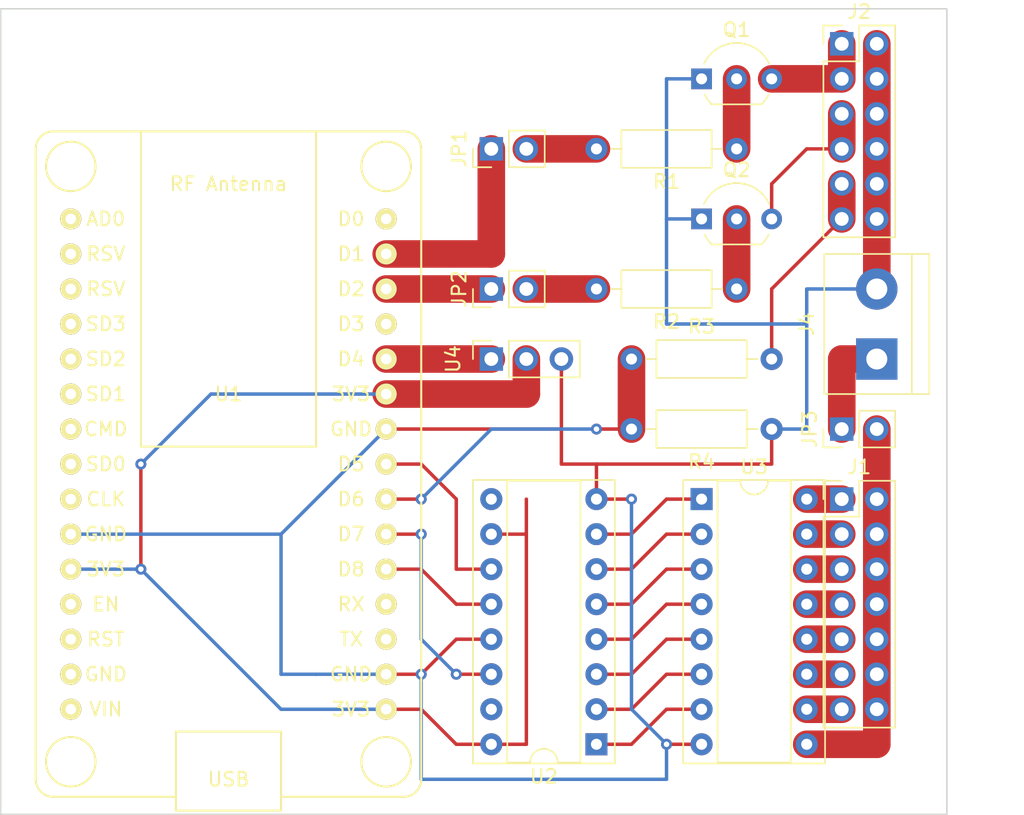
<source format=kicad_pcb>
(kicad_pcb (version 20171130) (host pcbnew "(5.1.4)-1")

  (general
    (thickness 1.6)
    (drawings 4)
    (tracks 131)
    (zones 0)
    (modules 16)
    (nets 52)
  )

  (page A4)
  (layers
    (0 F.Cu signal)
    (31 B.Cu signal)
    (32 B.Adhes user)
    (33 F.Adhes user)
    (34 B.Paste user)
    (35 F.Paste user)
    (36 B.SilkS user)
    (37 F.SilkS user)
    (38 B.Mask user)
    (39 F.Mask user)
    (40 Dwgs.User user)
    (41 Cmts.User user)
    (42 Eco1.User user)
    (43 Eco2.User user)
    (44 Edge.Cuts user)
    (45 Margin user)
    (46 B.CrtYd user)
    (47 F.CrtYd user)
    (48 B.Fab user)
    (49 F.Fab user)
  )

  (setup
    (last_trace_width 0.25)
    (user_trace_width 2)
    (trace_clearance 0.2)
    (zone_clearance 0.508)
    (zone_45_only no)
    (trace_min 0.2)
    (via_size 0.8)
    (via_drill 0.4)
    (via_min_size 0.4)
    (via_min_drill 0.3)
    (user_via 2 1.25)
    (uvia_size 0.3)
    (uvia_drill 0.1)
    (uvias_allowed no)
    (uvia_min_size 0.2)
    (uvia_min_drill 0.1)
    (edge_width 0.05)
    (segment_width 0.2)
    (pcb_text_width 0.3)
    (pcb_text_size 1.5 1.5)
    (mod_edge_width 0.12)
    (mod_text_size 1 1)
    (mod_text_width 0.15)
    (pad_size 1.524 1.524)
    (pad_drill 0.762)
    (pad_to_mask_clearance 0.051)
    (solder_mask_min_width 0.25)
    (aux_axis_origin 0 0)
    (grid_origin 153.67 39.37)
    (visible_elements 7FFFFFFF)
    (pcbplotparams
      (layerselection 0x010fc_ffffffff)
      (usegerberextensions false)
      (usegerberattributes false)
      (usegerberadvancedattributes false)
      (creategerberjobfile false)
      (excludeedgelayer true)
      (linewidth 0.100000)
      (plotframeref false)
      (viasonmask false)
      (mode 1)
      (useauxorigin false)
      (hpglpennumber 1)
      (hpglpenspeed 20)
      (hpglpendiameter 15.000000)
      (psnegative false)
      (psa4output false)
      (plotreference true)
      (plotvalue true)
      (plotinvisibletext false)
      (padsonsilk false)
      (subtractmaskfromsilk false)
      (outputformat 1)
      (mirror false)
      (drillshape 1)
      (scaleselection 1)
      (outputdirectory ""))
  )

  (net 0 "")
  (net 1 "Net-(U1-Pad21)")
  (net 2 "Net-(U1-Pad20)")
  (net 3 "Net-(U1-Pad19)")
  (net 4 "Net-(U1-Pad18)")
  (net 5 "Net-(U1-Pad15)")
  (net 6 "Net-(U1-Pad14)")
  (net 7 "Net-(U1-Pad13)")
  (net 8 "Net-(U1-Pad12)")
  (net 9 "Net-(U1-Pad9)")
  (net 10 "Net-(U1-Pad8)")
  (net 11 "Net-(U1-Pad7)")
  (net 12 "Net-(U1-Pad6)")
  (net 13 "Net-(U1-Pad5)")
  (net 14 "Net-(U1-Pad4)")
  (net 15 "Net-(U1-Pad3)")
  (net 16 "Net-(U1-Pad2)")
  (net 17 "Net-(U1-Pad1)")
  (net 18 GND)
  (net 19 "Net-(U2-Pad15)")
  (net 20 "Net-(U2-Pad7)")
  (net 21 "Net-(U2-Pad6)")
  (net 22 "Net-(U2-Pad5)")
  (net 23 "Net-(U2-Pad4)")
  (net 24 "Net-(U2-Pad3)")
  (net 25 "Net-(U2-Pad2)")
  (net 26 "Net-(U2-Pad9)")
  (net 27 "Net-(U2-Pad1)")
  (net 28 "Net-(U1-Pad30)")
  (net 29 "Net-(U1-Pad27)")
  (net 30 "Net-(U1-Pad23)")
  (net 31 +3V3)
  (net 32 +12V)
  (net 33 "Net-(J1-Pad13)")
  (net 34 "Net-(J1-Pad11)")
  (net 35 "Net-(J1-Pad9)")
  (net 36 "Net-(J1-Pad7)")
  (net 37 "Net-(J1-Pad5)")
  (net 38 "Net-(J1-Pad3)")
  (net 39 "Net-(J1-Pad1)")
  (net 40 "Net-(Q1-Pad2)")
  (net 41 "Net-(Q2-Pad2)")
  (net 42 PC_PWR)
  (net 43 PC_RST)
  (net 44 "Net-(JP1-Pad2)")
  (net 45 "Net-(JP2-Pad2)")
  (net 46 DHT11)
  (net 47 PC_STATUS)
  (net 48 "Net-(J1-Pad10)")
  (net 49 PC_STATUS_HEADER)
  (net 50 PC_RST_HEADER)
  (net 51 PC_PWR_HEADER)

  (net_class Default "This is the default net class."
    (clearance 0.2)
    (trace_width 0.25)
    (via_dia 0.8)
    (via_drill 0.4)
    (uvia_dia 0.3)
    (uvia_drill 0.1)
    (add_net +12V)
    (add_net +3V3)
    (add_net DHT11)
    (add_net GND)
    (add_net "Net-(J1-Pad1)")
    (add_net "Net-(J1-Pad10)")
    (add_net "Net-(J1-Pad11)")
    (add_net "Net-(J1-Pad13)")
    (add_net "Net-(J1-Pad3)")
    (add_net "Net-(J1-Pad5)")
    (add_net "Net-(J1-Pad7)")
    (add_net "Net-(J1-Pad9)")
    (add_net "Net-(JP1-Pad2)")
    (add_net "Net-(JP2-Pad2)")
    (add_net "Net-(Q1-Pad2)")
    (add_net "Net-(Q2-Pad2)")
    (add_net "Net-(U1-Pad1)")
    (add_net "Net-(U1-Pad12)")
    (add_net "Net-(U1-Pad13)")
    (add_net "Net-(U1-Pad14)")
    (add_net "Net-(U1-Pad15)")
    (add_net "Net-(U1-Pad18)")
    (add_net "Net-(U1-Pad19)")
    (add_net "Net-(U1-Pad2)")
    (add_net "Net-(U1-Pad20)")
    (add_net "Net-(U1-Pad21)")
    (add_net "Net-(U1-Pad23)")
    (add_net "Net-(U1-Pad27)")
    (add_net "Net-(U1-Pad3)")
    (add_net "Net-(U1-Pad30)")
    (add_net "Net-(U1-Pad4)")
    (add_net "Net-(U1-Pad5)")
    (add_net "Net-(U1-Pad6)")
    (add_net "Net-(U1-Pad7)")
    (add_net "Net-(U1-Pad8)")
    (add_net "Net-(U1-Pad9)")
    (add_net "Net-(U2-Pad1)")
    (add_net "Net-(U2-Pad15)")
    (add_net "Net-(U2-Pad2)")
    (add_net "Net-(U2-Pad3)")
    (add_net "Net-(U2-Pad4)")
    (add_net "Net-(U2-Pad5)")
    (add_net "Net-(U2-Pad6)")
    (add_net "Net-(U2-Pad7)")
    (add_net "Net-(U2-Pad9)")
    (add_net PC_PWR)
    (add_net PC_PWR_HEADER)
    (add_net PC_RST)
    (add_net PC_RST_HEADER)
    (add_net PC_STATUS)
    (add_net PC_STATUS_HEADER)
  )

  (module Resistor_THT:R_Axial_DIN0207_L6.3mm_D2.5mm_P10.16mm_Horizontal (layer F.Cu) (tedit 5AE5139B) (tstamp 5E32903D)
    (at 168.91 41.91 180)
    (descr "Resistor, Axial_DIN0207 series, Axial, Horizontal, pin pitch=10.16mm, 0.25W = 1/4W, length*diameter=6.3*2.5mm^2, http://cdn-reichelt.de/documents/datenblatt/B400/1_4W%23YAG.pdf")
    (tags "Resistor Axial_DIN0207 series Axial Horizontal pin pitch 10.16mm 0.25W = 1/4W length 6.3mm diameter 2.5mm")
    (path /5E350479)
    (fp_text reference R2 (at 5.08 -2.37) (layer F.SilkS)
      (effects (font (size 1 1) (thickness 0.15)))
    )
    (fp_text value 3.3k (at 5.08 2.37) (layer F.Fab)
      (effects (font (size 1 1) (thickness 0.15)))
    )
    (fp_text user %R (at 2.54 0) (layer F.Fab)
      (effects (font (size 1 1) (thickness 0.15)))
    )
    (fp_line (start 11.21 -1.5) (end -1.05 -1.5) (layer F.CrtYd) (width 0.05))
    (fp_line (start 11.21 1.5) (end 11.21 -1.5) (layer F.CrtYd) (width 0.05))
    (fp_line (start -1.05 1.5) (end 11.21 1.5) (layer F.CrtYd) (width 0.05))
    (fp_line (start -1.05 -1.5) (end -1.05 1.5) (layer F.CrtYd) (width 0.05))
    (fp_line (start 9.12 0) (end 8.35 0) (layer F.SilkS) (width 0.12))
    (fp_line (start 1.04 0) (end 1.81 0) (layer F.SilkS) (width 0.12))
    (fp_line (start 8.35 -1.37) (end 1.81 -1.37) (layer F.SilkS) (width 0.12))
    (fp_line (start 8.35 1.37) (end 8.35 -1.37) (layer F.SilkS) (width 0.12))
    (fp_line (start 1.81 1.37) (end 8.35 1.37) (layer F.SilkS) (width 0.12))
    (fp_line (start 1.81 -1.37) (end 1.81 1.37) (layer F.SilkS) (width 0.12))
    (fp_line (start 10.16 0) (end 8.23 0) (layer F.Fab) (width 0.1))
    (fp_line (start 0 0) (end 1.93 0) (layer F.Fab) (width 0.1))
    (fp_line (start 8.23 -1.25) (end 1.93 -1.25) (layer F.Fab) (width 0.1))
    (fp_line (start 8.23 1.25) (end 8.23 -1.25) (layer F.Fab) (width 0.1))
    (fp_line (start 1.93 1.25) (end 8.23 1.25) (layer F.Fab) (width 0.1))
    (fp_line (start 1.93 -1.25) (end 1.93 1.25) (layer F.Fab) (width 0.1))
    (pad 2 thru_hole oval (at 10.16 0 180) (size 1.6 1.6) (drill 0.8) (layers *.Cu *.Mask)
      (net 45 "Net-(JP2-Pad2)"))
    (pad 1 thru_hole circle (at 0 0 180) (size 1.6 1.6) (drill 0.8) (layers *.Cu *.Mask)
      (net 41 "Net-(Q2-Pad2)"))
    (model ${KISYS3DMOD}/Resistor_THT.3dshapes/R_Axial_DIN0207_L6.3mm_D2.5mm_P10.16mm_Horizontal.wrl
      (at (xyz 0 0 0))
      (scale (xyz 1 1 1))
      (rotate (xyz 0 0 0))
    )
  )

  (module Connector_PinHeader_2.54mm:PinHeader_2x06_P2.54mm_Vertical (layer F.Cu) (tedit 59FED5CC) (tstamp 5E38F708)
    (at 176.53 24.13)
    (descr "Through hole straight pin header, 2x06, 2.54mm pitch, double rows")
    (tags "Through hole pin header THT 2x06 2.54mm double row")
    (path /5E48BED9)
    (fp_text reference J2 (at 1.27 -2.33) (layer F.SilkS)
      (effects (font (size 1 1) (thickness 0.15)))
    )
    (fp_text value Conn_02x06_Counter_Clockwise (at 1.27 15.03) (layer F.Fab)
      (effects (font (size 1 1) (thickness 0.15)))
    )
    (fp_text user %R (at 1.27 6.35 90) (layer F.Fab)
      (effects (font (size 1 1) (thickness 0.15)))
    )
    (fp_line (start 4.35 -1.8) (end -1.8 -1.8) (layer F.CrtYd) (width 0.05))
    (fp_line (start 4.35 14.5) (end 4.35 -1.8) (layer F.CrtYd) (width 0.05))
    (fp_line (start -1.8 14.5) (end 4.35 14.5) (layer F.CrtYd) (width 0.05))
    (fp_line (start -1.8 -1.8) (end -1.8 14.5) (layer F.CrtYd) (width 0.05))
    (fp_line (start -1.33 -1.33) (end 0 -1.33) (layer F.SilkS) (width 0.12))
    (fp_line (start -1.33 0) (end -1.33 -1.33) (layer F.SilkS) (width 0.12))
    (fp_line (start 1.27 -1.33) (end 3.87 -1.33) (layer F.SilkS) (width 0.12))
    (fp_line (start 1.27 1.27) (end 1.27 -1.33) (layer F.SilkS) (width 0.12))
    (fp_line (start -1.33 1.27) (end 1.27 1.27) (layer F.SilkS) (width 0.12))
    (fp_line (start 3.87 -1.33) (end 3.87 14.03) (layer F.SilkS) (width 0.12))
    (fp_line (start -1.33 1.27) (end -1.33 14.03) (layer F.SilkS) (width 0.12))
    (fp_line (start -1.33 14.03) (end 3.87 14.03) (layer F.SilkS) (width 0.12))
    (fp_line (start -1.27 0) (end 0 -1.27) (layer F.Fab) (width 0.1))
    (fp_line (start -1.27 13.97) (end -1.27 0) (layer F.Fab) (width 0.1))
    (fp_line (start 3.81 13.97) (end -1.27 13.97) (layer F.Fab) (width 0.1))
    (fp_line (start 3.81 -1.27) (end 3.81 13.97) (layer F.Fab) (width 0.1))
    (fp_line (start 0 -1.27) (end 3.81 -1.27) (layer F.Fab) (width 0.1))
    (pad 12 thru_hole oval (at 2.54 12.7) (size 1.7 1.7) (drill 1) (layers *.Cu *.Mask)
      (net 18 GND))
    (pad 11 thru_hole oval (at 0 12.7) (size 1.7 1.7) (drill 1) (layers *.Cu *.Mask)
      (net 49 PC_STATUS_HEADER))
    (pad 10 thru_hole oval (at 2.54 10.16) (size 1.7 1.7) (drill 1) (layers *.Cu *.Mask)
      (net 18 GND))
    (pad 9 thru_hole oval (at 0 10.16) (size 1.7 1.7) (drill 1) (layers *.Cu *.Mask)
      (net 49 PC_STATUS_HEADER))
    (pad 8 thru_hole oval (at 2.54 7.62) (size 1.7 1.7) (drill 1) (layers *.Cu *.Mask)
      (net 18 GND))
    (pad 7 thru_hole oval (at 0 7.62) (size 1.7 1.7) (drill 1) (layers *.Cu *.Mask)
      (net 50 PC_RST_HEADER))
    (pad 6 thru_hole oval (at 2.54 5.08) (size 1.7 1.7) (drill 1) (layers *.Cu *.Mask)
      (net 18 GND))
    (pad 5 thru_hole oval (at 0 5.08) (size 1.7 1.7) (drill 1) (layers *.Cu *.Mask)
      (net 50 PC_RST_HEADER))
    (pad 4 thru_hole oval (at 2.54 2.54) (size 1.7 1.7) (drill 1) (layers *.Cu *.Mask)
      (net 18 GND))
    (pad 3 thru_hole oval (at 0 2.54) (size 1.7 1.7) (drill 1) (layers *.Cu *.Mask)
      (net 51 PC_PWR_HEADER))
    (pad 2 thru_hole oval (at 2.54 0) (size 1.7 1.7) (drill 1) (layers *.Cu *.Mask)
      (net 18 GND))
    (pad 1 thru_hole rect (at 0 0) (size 1.7 1.7) (drill 1) (layers *.Cu *.Mask)
      (net 51 PC_PWR_HEADER))
    (model ${KISYS3DMOD}/Connector_PinHeader_2.54mm.3dshapes/PinHeader_2x06_P2.54mm_Vertical.wrl
      (at (xyz 0 0 0))
      (scale (xyz 1 1 1))
      (rotate (xyz 0 0 0))
    )
  )

  (module "LEDController:NodeMCU1.0(12-E)" (layer F.Cu) (tedit 5E325EF4) (tstamp 5E38E7C6)
    (at 130.81 54.61)
    (path /5E45D1FE)
    (fp_text reference U1 (at 1.27 -5.08) (layer F.SilkS)
      (effects (font (size 1 1) (thickness 0.15)))
    )
    (fp_text value ESP8266_12E (at 1.27 6.35) (layer F.Fab)
      (effects (font (size 1 1) (thickness 0.15)))
    )
    (fp_line (start 13.98 24.13) (end 5.08 24.13) (layer F.SilkS) (width 0.15))
    (fp_text user USB (at 1.27 22.86) (layer F.SilkS)
      (effects (font (size 1 1) (thickness 0.15)))
    )
    (fp_text user "RF Antenna" (at 1.27 -20.32) (layer F.SilkS)
      (effects (font (size 1 1) (thickness 0.15)))
    )
    (fp_line (start 7.62 -1.27) (end -5.08 -1.27) (layer F.SilkS) (width 0.15))
    (fp_line (start 7.62 -24.13) (end 7.62 -1.27) (layer F.SilkS) (width 0.15))
    (fp_line (start -5.08 -1.27) (end -5.08 -24.13) (layer F.SilkS) (width 0.15))
    (fp_line (start -2.54 25.13) (end -2.54 19.4) (layer F.SilkS) (width 0.15))
    (fp_line (start -2.54 19.4) (end 5.08 19.4) (layer F.SilkS) (width 0.15))
    (fp_line (start 5.08 19.4) (end 5.08 25.13) (layer F.SilkS) (width 0.15))
    (fp_line (start 5.08 25.13) (end -2.54 25.13) (layer F.SilkS) (width 0.15))
    (fp_arc (start -11.43 -22.86) (end -12.7 -22.86) (angle 90) (layer F.SilkS) (width 0.15))
    (fp_arc (start 13.97 -22.86) (end 13.97 -24.13) (angle 90) (layer F.SilkS) (width 0.15))
    (fp_arc (start 13.97 22.86) (end 15.24 22.86) (angle 90) (layer F.SilkS) (width 0.15))
    (fp_arc (start -11.43 22.86) (end -11.43 24.13) (angle 90) (layer F.SilkS) (width 0.15))
    (fp_line (start 15.24 -22.86) (end 15.24 22.86) (layer F.SilkS) (width 0.15))
    (fp_line (start -12.7 -22.86) (end -12.7 22.86) (layer F.SilkS) (width 0.15))
    (fp_line (start -2.54 24.13) (end -11.43 24.13) (layer F.SilkS) (width 0.15))
    (fp_text user VIN (at -7.62 17.78) (layer F.SilkS)
      (effects (font (size 1 1) (thickness 0.15)))
    )
    (fp_text user GND (at -7.62 15.24) (layer F.SilkS)
      (effects (font (size 1 1) (thickness 0.15)))
    )
    (fp_text user RST (at -7.62 12.7) (layer F.SilkS)
      (effects (font (size 1 1) (thickness 0.15)))
    )
    (fp_text user EN (at -7.62 10.16) (layer F.SilkS)
      (effects (font (size 1 1) (thickness 0.15)))
    )
    (fp_text user 3V3 (at -7.62 7.62) (layer F.SilkS)
      (effects (font (size 1 1) (thickness 0.15)))
    )
    (fp_text user GND (at -7.62 5.08) (layer F.SilkS)
      (effects (font (size 1 1) (thickness 0.15)))
    )
    (fp_text user CLK (at -7.62 2.54) (layer F.SilkS)
      (effects (font (size 1 1) (thickness 0.15)))
    )
    (fp_text user SD0 (at -7.62 0) (layer F.SilkS)
      (effects (font (size 1 1) (thickness 0.15)))
    )
    (fp_text user CMD (at -7.62 -2.54) (layer F.SilkS)
      (effects (font (size 1 1) (thickness 0.15)))
    )
    (fp_text user SD1 (at -7.62 -5.08) (layer F.SilkS)
      (effects (font (size 1 1) (thickness 0.15)))
    )
    (fp_text user SD2 (at -7.62 -7.62) (layer F.SilkS)
      (effects (font (size 1 1) (thickness 0.15)))
    )
    (fp_text user SD3 (at -7.62 -10.16) (layer F.SilkS)
      (effects (font (size 1 1) (thickness 0.15)))
    )
    (fp_text user RSV (at -7.62 -12.7) (layer F.SilkS)
      (effects (font (size 1 1) (thickness 0.15)))
    )
    (fp_text user RSV (at -7.62 -15.24) (layer F.SilkS)
      (effects (font (size 1 1) (thickness 0.15)))
    )
    (fp_text user AD0 (at -7.62 -17.78) (layer F.SilkS)
      (effects (font (size 1 1) (thickness 0.15)))
    )
    (fp_text user 3V3 (at 10.16 17.78) (layer F.SilkS)
      (effects (font (size 1 1) (thickness 0.15)))
    )
    (fp_text user GND (at 10.16 15.24) (layer F.SilkS)
      (effects (font (size 1 1) (thickness 0.15)))
    )
    (fp_text user TX (at 10.16 12.7) (layer F.SilkS)
      (effects (font (size 1 1) (thickness 0.15)))
    )
    (fp_text user RX (at 10.16 10.16) (layer F.SilkS)
      (effects (font (size 1 1) (thickness 0.15)))
    )
    (fp_text user D8 (at 10.16 7.62) (layer F.SilkS)
      (effects (font (size 1 1) (thickness 0.15)))
    )
    (fp_text user D7 (at 10.16 5.08) (layer F.SilkS)
      (effects (font (size 1 1) (thickness 0.15)))
    )
    (fp_text user D6 (at 10.16 2.54) (layer F.SilkS)
      (effects (font (size 1 1) (thickness 0.15)))
    )
    (fp_text user D5 (at 10.16 0) (layer F.SilkS)
      (effects (font (size 1 1) (thickness 0.15)))
    )
    (fp_text user GND (at 10.16 -2.54) (layer F.SilkS)
      (effects (font (size 1 1) (thickness 0.15)))
    )
    (fp_text user 3V3 (at 10.16 -5.08) (layer F.SilkS)
      (effects (font (size 1 1) (thickness 0.15)))
    )
    (fp_text user D4 (at 10.16 -7.62) (layer F.SilkS)
      (effects (font (size 1 1) (thickness 0.15)))
    )
    (fp_text user D3 (at 10.16 -10.16) (layer F.SilkS)
      (effects (font (size 1 1) (thickness 0.15)))
    )
    (fp_text user D2 (at 10.16 -12.7) (layer F.SilkS)
      (effects (font (size 1 1) (thickness 0.15)))
    )
    (fp_text user D1 (at 10.16 -15.24) (layer F.SilkS)
      (effects (font (size 1 1) (thickness 0.15)))
    )
    (fp_text user D0 (at 10.16 -17.78) (layer F.SilkS)
      (effects (font (size 1 1) (thickness 0.15)))
    )
    (fp_circle (center 12.7 21.59) (end 13.97 20.32) (layer F.SilkS) (width 0.15))
    (fp_circle (center -10.16 21.59) (end -8.89 20.32) (layer F.SilkS) (width 0.15))
    (fp_circle (center -10.16 -21.59) (end -8.89 -22.86) (layer F.SilkS) (width 0.15))
    (fp_circle (center 12.7 -21.59) (end 13.97 -22.86) (layer F.SilkS) (width 0.15))
    (fp_line (start 13.97 -24.13) (end -11.43 -24.13) (layer F.SilkS) (width 0.15))
    (pad 1 thru_hole circle (at -10.16 -17.78) (size 1.524 1.524) (drill 0.762) (layers *.Cu *.Mask F.SilkS)
      (net 17 "Net-(U1-Pad1)"))
    (pad 2 thru_hole circle (at -10.16 -15.24) (size 1.524 1.524) (drill 0.762) (layers *.Cu *.Mask F.SilkS)
      (net 16 "Net-(U1-Pad2)"))
    (pad 3 thru_hole circle (at -10.16 -12.7) (size 1.524 1.524) (drill 0.762) (layers *.Cu *.Mask F.SilkS)
      (net 15 "Net-(U1-Pad3)"))
    (pad 4 thru_hole circle (at -10.16 -10.16) (size 1.524 1.524) (drill 0.762) (layers *.Cu *.Mask F.SilkS)
      (net 14 "Net-(U1-Pad4)"))
    (pad 5 thru_hole circle (at -10.16 -7.62) (size 1.524 1.524) (drill 0.762) (layers *.Cu *.Mask F.SilkS)
      (net 13 "Net-(U1-Pad5)"))
    (pad 6 thru_hole circle (at -10.16 -5.08) (size 1.524 1.524) (drill 0.762) (layers *.Cu *.Mask F.SilkS)
      (net 12 "Net-(U1-Pad6)"))
    (pad 7 thru_hole circle (at -10.16 -2.54) (size 1.524 1.524) (drill 0.762) (layers *.Cu *.Mask F.SilkS)
      (net 11 "Net-(U1-Pad7)"))
    (pad 8 thru_hole circle (at -10.16 0) (size 1.524 1.524) (drill 0.762) (layers *.Cu *.Mask F.SilkS)
      (net 10 "Net-(U1-Pad8)"))
    (pad 9 thru_hole circle (at -10.16 2.54) (size 1.524 1.524) (drill 0.762) (layers *.Cu *.Mask F.SilkS)
      (net 9 "Net-(U1-Pad9)"))
    (pad 10 thru_hole circle (at -10.16 5.08) (size 1.524 1.524) (drill 0.762) (layers *.Cu *.Mask F.SilkS)
      (net 18 GND))
    (pad 11 thru_hole circle (at -10.16 7.62) (size 1.524 1.524) (drill 0.762) (layers *.Cu *.Mask F.SilkS)
      (net 31 +3V3))
    (pad 12 thru_hole circle (at -10.16 10.16) (size 1.524 1.524) (drill 0.762) (layers *.Cu *.Mask F.SilkS)
      (net 8 "Net-(U1-Pad12)"))
    (pad 13 thru_hole circle (at -10.16 12.7) (size 1.524 1.524) (drill 0.762) (layers *.Cu *.Mask F.SilkS)
      (net 7 "Net-(U1-Pad13)"))
    (pad 14 thru_hole circle (at -10.16 15.24) (size 1.524 1.524) (drill 0.762) (layers *.Cu *.Mask F.SilkS)
      (net 6 "Net-(U1-Pad14)"))
    (pad 15 thru_hole circle (at -10.16 17.78) (size 1.524 1.524) (drill 0.762) (layers *.Cu *.Mask F.SilkS)
      (net 5 "Net-(U1-Pad15)"))
    (pad 16 thru_hole circle (at 12.7 17.78) (size 1.524 1.524) (drill 0.762) (layers *.Cu *.Mask F.SilkS)
      (net 31 +3V3))
    (pad 17 thru_hole circle (at 12.7 15.24) (size 1.524 1.524) (drill 0.762) (layers *.Cu *.Mask F.SilkS)
      (net 18 GND))
    (pad 18 thru_hole circle (at 12.7 12.7) (size 1.524 1.524) (drill 0.762) (layers *.Cu *.Mask F.SilkS)
      (net 4 "Net-(U1-Pad18)"))
    (pad 19 thru_hole circle (at 12.7 10.16) (size 1.524 1.524) (drill 0.762) (layers *.Cu *.Mask F.SilkS)
      (net 3 "Net-(U1-Pad19)"))
    (pad 20 thru_hole circle (at 12.7 7.62) (size 1.524 1.524) (drill 0.762) (layers *.Cu *.Mask F.SilkS)
      (net 2 "Net-(U1-Pad20)"))
    (pad 21 thru_hole circle (at 12.7 5.08) (size 1.524 1.524) (drill 0.762) (layers *.Cu *.Mask F.SilkS)
      (net 1 "Net-(U1-Pad21)"))
    (pad 22 thru_hole circle (at 12.7 2.54) (size 1.524 1.524) (drill 0.762) (layers *.Cu *.Mask F.SilkS)
      (net 47 PC_STATUS))
    (pad 23 thru_hole circle (at 12.7 0) (size 1.524 1.524) (drill 0.762) (layers *.Cu *.Mask F.SilkS)
      (net 30 "Net-(U1-Pad23)"))
    (pad 24 thru_hole circle (at 12.7 -2.54) (size 1.524 1.524) (drill 0.762) (layers *.Cu *.Mask F.SilkS)
      (net 18 GND))
    (pad 25 thru_hole circle (at 12.7 -5.08) (size 1.524 1.524) (drill 0.762) (layers *.Cu *.Mask F.SilkS)
      (net 31 +3V3))
    (pad 26 thru_hole circle (at 12.7 -7.62) (size 1.524 1.524) (drill 0.762) (layers *.Cu *.Mask F.SilkS)
      (net 46 DHT11))
    (pad 27 thru_hole circle (at 12.7 -10.16) (size 1.524 1.524) (drill 0.762) (layers *.Cu *.Mask F.SilkS)
      (net 29 "Net-(U1-Pad27)"))
    (pad 28 thru_hole circle (at 12.7 -12.7) (size 1.524 1.524) (drill 0.762) (layers *.Cu *.Mask F.SilkS)
      (net 43 PC_RST))
    (pad 29 thru_hole circle (at 12.7 -15.24) (size 1.524 1.524) (drill 0.762) (layers *.Cu *.Mask F.SilkS)
      (net 42 PC_PWR))
    (pad 30 thru_hole circle (at 12.7 -17.78) (size 1.524 1.524) (drill 0.762) (layers *.Cu *.Mask F.SilkS)
      (net 28 "Net-(U1-Pad30)"))
  )

  (module Connector_PinSocket_2.54mm:PinSocket_1x03_P2.54mm_Vertical (layer F.Cu) (tedit 5A19A429) (tstamp 5E383C4B)
    (at 151.13 46.99 90)
    (descr "Through hole straight socket strip, 1x03, 2.54mm pitch, single row (from Kicad 4.0.7), script generated")
    (tags "Through hole socket strip THT 1x03 2.54mm single row")
    (path /5E3ED09A)
    (fp_text reference U4 (at 0 -2.77 90) (layer F.SilkS)
      (effects (font (size 1 1) (thickness 0.15)))
    )
    (fp_text value DHT11 (at 0 7.85 90) (layer F.Fab)
      (effects (font (size 1 1) (thickness 0.15)))
    )
    (fp_text user %R (at 0 2.54) (layer F.Fab)
      (effects (font (size 1 1) (thickness 0.15)))
    )
    (fp_line (start -1.8 6.85) (end -1.8 -1.8) (layer F.CrtYd) (width 0.05))
    (fp_line (start 1.75 6.85) (end -1.8 6.85) (layer F.CrtYd) (width 0.05))
    (fp_line (start 1.75 -1.8) (end 1.75 6.85) (layer F.CrtYd) (width 0.05))
    (fp_line (start -1.8 -1.8) (end 1.75 -1.8) (layer F.CrtYd) (width 0.05))
    (fp_line (start 0 -1.33) (end 1.33 -1.33) (layer F.SilkS) (width 0.12))
    (fp_line (start 1.33 -1.33) (end 1.33 0) (layer F.SilkS) (width 0.12))
    (fp_line (start 1.33 1.27) (end 1.33 6.41) (layer F.SilkS) (width 0.12))
    (fp_line (start -1.33 6.41) (end 1.33 6.41) (layer F.SilkS) (width 0.12))
    (fp_line (start -1.33 1.27) (end -1.33 6.41) (layer F.SilkS) (width 0.12))
    (fp_line (start -1.33 1.27) (end 1.33 1.27) (layer F.SilkS) (width 0.12))
    (fp_line (start -1.27 6.35) (end -1.27 -1.27) (layer F.Fab) (width 0.1))
    (fp_line (start 1.27 6.35) (end -1.27 6.35) (layer F.Fab) (width 0.1))
    (fp_line (start 1.27 -0.635) (end 1.27 6.35) (layer F.Fab) (width 0.1))
    (fp_line (start 0.635 -1.27) (end 1.27 -0.635) (layer F.Fab) (width 0.1))
    (fp_line (start -1.27 -1.27) (end 0.635 -1.27) (layer F.Fab) (width 0.1))
    (pad 3 thru_hole oval (at 0 5.08 90) (size 1.7 1.7) (drill 1) (layers *.Cu *.Mask)
      (net 18 GND))
    (pad 2 thru_hole oval (at 0 2.54 90) (size 1.7 1.7) (drill 1) (layers *.Cu *.Mask)
      (net 31 +3V3))
    (pad 1 thru_hole rect (at 0 0 90) (size 1.7 1.7) (drill 1) (layers *.Cu *.Mask)
      (net 46 DHT11))
    (model ${KISYS3DMOD}/Connector_PinSocket_2.54mm.3dshapes/PinSocket_1x03_P2.54mm_Vertical.wrl
      (at (xyz 0 0 0))
      (scale (xyz 1 1 1))
      (rotate (xyz 0 0 0))
    )
  )

  (module Connector_PinHeader_2.54mm:PinHeader_1x02_P2.54mm_Vertical (layer F.Cu) (tedit 59FED5CC) (tstamp 5E389A87)
    (at 176.53 52.07 90)
    (descr "Through hole straight pin header, 1x02, 2.54mm pitch, single row")
    (tags "Through hole pin header THT 1x02 2.54mm single row")
    (path /5E4351F1)
    (fp_text reference JP3 (at 0 -2.33 90) (layer F.SilkS)
      (effects (font (size 1 1) (thickness 0.15)))
    )
    (fp_text value Jumper (at 0 4.87 90) (layer F.Fab)
      (effects (font (size 1 1) (thickness 0.15)))
    )
    (fp_text user %R (at 0 1.27) (layer F.Fab)
      (effects (font (size 1 1) (thickness 0.15)))
    )
    (fp_line (start 1.8 -1.8) (end -1.8 -1.8) (layer F.CrtYd) (width 0.05))
    (fp_line (start 1.8 4.35) (end 1.8 -1.8) (layer F.CrtYd) (width 0.05))
    (fp_line (start -1.8 4.35) (end 1.8 4.35) (layer F.CrtYd) (width 0.05))
    (fp_line (start -1.8 -1.8) (end -1.8 4.35) (layer F.CrtYd) (width 0.05))
    (fp_line (start -1.33 -1.33) (end 0 -1.33) (layer F.SilkS) (width 0.12))
    (fp_line (start -1.33 0) (end -1.33 -1.33) (layer F.SilkS) (width 0.12))
    (fp_line (start -1.33 1.27) (end 1.33 1.27) (layer F.SilkS) (width 0.12))
    (fp_line (start 1.33 1.27) (end 1.33 3.87) (layer F.SilkS) (width 0.12))
    (fp_line (start -1.33 1.27) (end -1.33 3.87) (layer F.SilkS) (width 0.12))
    (fp_line (start -1.33 3.87) (end 1.33 3.87) (layer F.SilkS) (width 0.12))
    (fp_line (start -1.27 -0.635) (end -0.635 -1.27) (layer F.Fab) (width 0.1))
    (fp_line (start -1.27 3.81) (end -1.27 -0.635) (layer F.Fab) (width 0.1))
    (fp_line (start 1.27 3.81) (end -1.27 3.81) (layer F.Fab) (width 0.1))
    (fp_line (start 1.27 -1.27) (end 1.27 3.81) (layer F.Fab) (width 0.1))
    (fp_line (start -0.635 -1.27) (end 1.27 -1.27) (layer F.Fab) (width 0.1))
    (pad 2 thru_hole oval (at 0 2.54 90) (size 1.7 1.7) (drill 1) (layers *.Cu *.Mask)
      (net 48 "Net-(J1-Pad10)"))
    (pad 1 thru_hole rect (at 0 0 90) (size 1.7 1.7) (drill 1) (layers *.Cu *.Mask)
      (net 32 +12V))
    (model ${KISYS3DMOD}/Connector_PinHeader_2.54mm.3dshapes/PinHeader_1x02_P2.54mm_Vertical.wrl
      (at (xyz 0 0 0))
      (scale (xyz 1 1 1))
      (rotate (xyz 0 0 0))
    )
  )

  (module Resistor_THT:R_Axial_DIN0207_L6.3mm_D2.5mm_P10.16mm_Horizontal (layer F.Cu) (tedit 5AE5139B) (tstamp 5E383ADE)
    (at 171.45 52.07 180)
    (descr "Resistor, Axial_DIN0207 series, Axial, Horizontal, pin pitch=10.16mm, 0.25W = 1/4W, length*diameter=6.3*2.5mm^2, http://cdn-reichelt.de/documents/datenblatt/B400/1_4W%23YAG.pdf")
    (tags "Resistor Axial_DIN0207 series Axial Horizontal pin pitch 10.16mm 0.25W = 1/4W length 6.3mm diameter 2.5mm")
    (path /5E407848)
    (fp_text reference R4 (at 5.08 -2.37) (layer F.SilkS)
      (effects (font (size 1 1) (thickness 0.15)))
    )
    (fp_text value 2k (at 5.08 2.37) (layer F.Fab)
      (effects (font (size 1 1) (thickness 0.15)))
    )
    (fp_text user %R (at 5.08 0) (layer F.Fab)
      (effects (font (size 1 1) (thickness 0.15)))
    )
    (fp_line (start 11.21 -1.5) (end -1.05 -1.5) (layer F.CrtYd) (width 0.05))
    (fp_line (start 11.21 1.5) (end 11.21 -1.5) (layer F.CrtYd) (width 0.05))
    (fp_line (start -1.05 1.5) (end 11.21 1.5) (layer F.CrtYd) (width 0.05))
    (fp_line (start -1.05 -1.5) (end -1.05 1.5) (layer F.CrtYd) (width 0.05))
    (fp_line (start 9.12 0) (end 8.35 0) (layer F.SilkS) (width 0.12))
    (fp_line (start 1.04 0) (end 1.81 0) (layer F.SilkS) (width 0.12))
    (fp_line (start 8.35 -1.37) (end 1.81 -1.37) (layer F.SilkS) (width 0.12))
    (fp_line (start 8.35 1.37) (end 8.35 -1.37) (layer F.SilkS) (width 0.12))
    (fp_line (start 1.81 1.37) (end 8.35 1.37) (layer F.SilkS) (width 0.12))
    (fp_line (start 1.81 -1.37) (end 1.81 1.37) (layer F.SilkS) (width 0.12))
    (fp_line (start 10.16 0) (end 8.23 0) (layer F.Fab) (width 0.1))
    (fp_line (start 0 0) (end 1.93 0) (layer F.Fab) (width 0.1))
    (fp_line (start 8.23 -1.25) (end 1.93 -1.25) (layer F.Fab) (width 0.1))
    (fp_line (start 8.23 1.25) (end 8.23 -1.25) (layer F.Fab) (width 0.1))
    (fp_line (start 1.93 1.25) (end 8.23 1.25) (layer F.Fab) (width 0.1))
    (fp_line (start 1.93 -1.25) (end 1.93 1.25) (layer F.Fab) (width 0.1))
    (pad 2 thru_hole oval (at 10.16 0 180) (size 1.6 1.6) (drill 0.8) (layers *.Cu *.Mask)
      (net 47 PC_STATUS))
    (pad 1 thru_hole circle (at 0 0 180) (size 1.6 1.6) (drill 0.8) (layers *.Cu *.Mask)
      (net 18 GND))
    (model ${KISYS3DMOD}/Resistor_THT.3dshapes/R_Axial_DIN0207_L6.3mm_D2.5mm_P10.16mm_Horizontal.wrl
      (at (xyz 0 0 0))
      (scale (xyz 1 1 1))
      (rotate (xyz 0 0 0))
    )
  )

  (module Resistor_THT:R_Axial_DIN0207_L6.3mm_D2.5mm_P10.16mm_Horizontal (layer F.Cu) (tedit 5AE5139B) (tstamp 5E383AC7)
    (at 161.29 46.99)
    (descr "Resistor, Axial_DIN0207 series, Axial, Horizontal, pin pitch=10.16mm, 0.25W = 1/4W, length*diameter=6.3*2.5mm^2, http://cdn-reichelt.de/documents/datenblatt/B400/1_4W%23YAG.pdf")
    (tags "Resistor Axial_DIN0207 series Axial Horizontal pin pitch 10.16mm 0.25W = 1/4W length 6.3mm diameter 2.5mm")
    (path /5E406867)
    (fp_text reference R3 (at 5.08 -2.37) (layer F.SilkS)
      (effects (font (size 1 1) (thickness 0.15)))
    )
    (fp_text value 1k (at 5.08 2.37) (layer F.Fab)
      (effects (font (size 1 1) (thickness 0.15)))
    )
    (fp_text user %R (at 5.08 0) (layer F.Fab)
      (effects (font (size 1 1) (thickness 0.15)))
    )
    (fp_line (start 11.21 -1.5) (end -1.05 -1.5) (layer F.CrtYd) (width 0.05))
    (fp_line (start 11.21 1.5) (end 11.21 -1.5) (layer F.CrtYd) (width 0.05))
    (fp_line (start -1.05 1.5) (end 11.21 1.5) (layer F.CrtYd) (width 0.05))
    (fp_line (start -1.05 -1.5) (end -1.05 1.5) (layer F.CrtYd) (width 0.05))
    (fp_line (start 9.12 0) (end 8.35 0) (layer F.SilkS) (width 0.12))
    (fp_line (start 1.04 0) (end 1.81 0) (layer F.SilkS) (width 0.12))
    (fp_line (start 8.35 -1.37) (end 1.81 -1.37) (layer F.SilkS) (width 0.12))
    (fp_line (start 8.35 1.37) (end 8.35 -1.37) (layer F.SilkS) (width 0.12))
    (fp_line (start 1.81 1.37) (end 8.35 1.37) (layer F.SilkS) (width 0.12))
    (fp_line (start 1.81 -1.37) (end 1.81 1.37) (layer F.SilkS) (width 0.12))
    (fp_line (start 10.16 0) (end 8.23 0) (layer F.Fab) (width 0.1))
    (fp_line (start 0 0) (end 1.93 0) (layer F.Fab) (width 0.1))
    (fp_line (start 8.23 -1.25) (end 1.93 -1.25) (layer F.Fab) (width 0.1))
    (fp_line (start 8.23 1.25) (end 8.23 -1.25) (layer F.Fab) (width 0.1))
    (fp_line (start 1.93 1.25) (end 8.23 1.25) (layer F.Fab) (width 0.1))
    (fp_line (start 1.93 -1.25) (end 1.93 1.25) (layer F.Fab) (width 0.1))
    (pad 2 thru_hole oval (at 10.16 0) (size 1.6 1.6) (drill 0.8) (layers *.Cu *.Mask)
      (net 49 PC_STATUS_HEADER))
    (pad 1 thru_hole circle (at 0 0) (size 1.6 1.6) (drill 0.8) (layers *.Cu *.Mask)
      (net 47 PC_STATUS))
    (model ${KISYS3DMOD}/Resistor_THT.3dshapes/R_Axial_DIN0207_L6.3mm_D2.5mm_P10.16mm_Horizontal.wrl
      (at (xyz 0 0 0))
      (scale (xyz 1 1 1))
      (rotate (xyz 0 0 0))
    )
  )

  (module Connector_PinHeader_2.54mm:PinHeader_1x02_P2.54mm_Vertical (layer F.Cu) (tedit 59FED5CC) (tstamp 5E3317F6)
    (at 151.13 41.91 90)
    (descr "Through hole straight pin header, 1x02, 2.54mm pitch, single row")
    (tags "Through hole pin header THT 1x02 2.54mm single row")
    (path /5E37AABE)
    (fp_text reference JP2 (at 0 -2.33 90) (layer F.SilkS)
      (effects (font (size 1 1) (thickness 0.15)))
    )
    (fp_text value Jumper (at 0 4.87 90) (layer F.Fab)
      (effects (font (size 1 1) (thickness 0.15)))
    )
    (fp_text user %R (at 0 1.27) (layer F.Fab)
      (effects (font (size 1 1) (thickness 0.15)))
    )
    (fp_line (start 1.8 -1.8) (end -1.8 -1.8) (layer F.CrtYd) (width 0.05))
    (fp_line (start 1.8 4.35) (end 1.8 -1.8) (layer F.CrtYd) (width 0.05))
    (fp_line (start -1.8 4.35) (end 1.8 4.35) (layer F.CrtYd) (width 0.05))
    (fp_line (start -1.8 -1.8) (end -1.8 4.35) (layer F.CrtYd) (width 0.05))
    (fp_line (start -1.33 -1.33) (end 0 -1.33) (layer F.SilkS) (width 0.12))
    (fp_line (start -1.33 0) (end -1.33 -1.33) (layer F.SilkS) (width 0.12))
    (fp_line (start -1.33 1.27) (end 1.33 1.27) (layer F.SilkS) (width 0.12))
    (fp_line (start 1.33 1.27) (end 1.33 3.87) (layer F.SilkS) (width 0.12))
    (fp_line (start -1.33 1.27) (end -1.33 3.87) (layer F.SilkS) (width 0.12))
    (fp_line (start -1.33 3.87) (end 1.33 3.87) (layer F.SilkS) (width 0.12))
    (fp_line (start -1.27 -0.635) (end -0.635 -1.27) (layer F.Fab) (width 0.1))
    (fp_line (start -1.27 3.81) (end -1.27 -0.635) (layer F.Fab) (width 0.1))
    (fp_line (start 1.27 3.81) (end -1.27 3.81) (layer F.Fab) (width 0.1))
    (fp_line (start 1.27 -1.27) (end 1.27 3.81) (layer F.Fab) (width 0.1))
    (fp_line (start -0.635 -1.27) (end 1.27 -1.27) (layer F.Fab) (width 0.1))
    (pad 2 thru_hole oval (at 0 2.54 90) (size 1.7 1.7) (drill 1) (layers *.Cu *.Mask)
      (net 45 "Net-(JP2-Pad2)"))
    (pad 1 thru_hole rect (at 0 0 90) (size 1.7 1.7) (drill 1) (layers *.Cu *.Mask)
      (net 43 PC_RST))
    (model ${KISYS3DMOD}/Connector_PinHeader_2.54mm.3dshapes/PinHeader_1x02_P2.54mm_Vertical.wrl
      (at (xyz 0 0 0))
      (scale (xyz 1 1 1))
      (rotate (xyz 0 0 0))
    )
  )

  (module Connector_PinHeader_2.54mm:PinHeader_1x02_P2.54mm_Vertical (layer F.Cu) (tedit 59FED5CC) (tstamp 5E3317E0)
    (at 151.13 31.75 90)
    (descr "Through hole straight pin header, 1x02, 2.54mm pitch, single row")
    (tags "Through hole pin header THT 1x02 2.54mm single row")
    (path /5E3717C0)
    (fp_text reference JP1 (at 0 -2.33 90) (layer F.SilkS)
      (effects (font (size 1 1) (thickness 0.15)))
    )
    (fp_text value Jumper (at 0 4.87 90) (layer F.Fab)
      (effects (font (size 1 1) (thickness 0.15)))
    )
    (fp_text user %R (at 0 1.27) (layer F.Fab)
      (effects (font (size 1 1) (thickness 0.15)))
    )
    (fp_line (start 1.8 -1.8) (end -1.8 -1.8) (layer F.CrtYd) (width 0.05))
    (fp_line (start 1.8 4.35) (end 1.8 -1.8) (layer F.CrtYd) (width 0.05))
    (fp_line (start -1.8 4.35) (end 1.8 4.35) (layer F.CrtYd) (width 0.05))
    (fp_line (start -1.8 -1.8) (end -1.8 4.35) (layer F.CrtYd) (width 0.05))
    (fp_line (start -1.33 -1.33) (end 0 -1.33) (layer F.SilkS) (width 0.12))
    (fp_line (start -1.33 0) (end -1.33 -1.33) (layer F.SilkS) (width 0.12))
    (fp_line (start -1.33 1.27) (end 1.33 1.27) (layer F.SilkS) (width 0.12))
    (fp_line (start 1.33 1.27) (end 1.33 3.87) (layer F.SilkS) (width 0.12))
    (fp_line (start -1.33 1.27) (end -1.33 3.87) (layer F.SilkS) (width 0.12))
    (fp_line (start -1.33 3.87) (end 1.33 3.87) (layer F.SilkS) (width 0.12))
    (fp_line (start -1.27 -0.635) (end -0.635 -1.27) (layer F.Fab) (width 0.1))
    (fp_line (start -1.27 3.81) (end -1.27 -0.635) (layer F.Fab) (width 0.1))
    (fp_line (start 1.27 3.81) (end -1.27 3.81) (layer F.Fab) (width 0.1))
    (fp_line (start 1.27 -1.27) (end 1.27 3.81) (layer F.Fab) (width 0.1))
    (fp_line (start -0.635 -1.27) (end 1.27 -1.27) (layer F.Fab) (width 0.1))
    (pad 2 thru_hole oval (at 0 2.54 90) (size 1.7 1.7) (drill 1) (layers *.Cu *.Mask)
      (net 44 "Net-(JP1-Pad2)"))
    (pad 1 thru_hole rect (at 0 0 90) (size 1.7 1.7) (drill 1) (layers *.Cu *.Mask)
      (net 42 PC_PWR))
    (model ${KISYS3DMOD}/Connector_PinHeader_2.54mm.3dshapes/PinHeader_1x02_P2.54mm_Vertical.wrl
      (at (xyz 0 0 0))
      (scale (xyz 1 1 1))
      (rotate (xyz 0 0 0))
    )
  )

  (module TerminalBlock:TerminalBlock_bornier-2_P5.08mm (layer F.Cu) (tedit 59FF03AB) (tstamp 5E330BB8)
    (at 179.07 46.99 90)
    (descr "simple 2-pin terminal block, pitch 5.08mm, revamped version of bornier2")
    (tags "terminal block bornier2")
    (path /5E3661B9)
    (fp_text reference J4 (at 2.54 -5.08 90) (layer F.SilkS)
      (effects (font (size 1 1) (thickness 0.15)))
    )
    (fp_text value Conn_02x01 (at 2.54 5.08 90) (layer F.Fab)
      (effects (font (size 1 1) (thickness 0.15)))
    )
    (fp_line (start 7.79 4) (end -2.71 4) (layer F.CrtYd) (width 0.05))
    (fp_line (start 7.79 4) (end 7.79 -4) (layer F.CrtYd) (width 0.05))
    (fp_line (start -2.71 -4) (end -2.71 4) (layer F.CrtYd) (width 0.05))
    (fp_line (start -2.71 -4) (end 7.79 -4) (layer F.CrtYd) (width 0.05))
    (fp_line (start -2.54 3.81) (end 7.62 3.81) (layer F.SilkS) (width 0.12))
    (fp_line (start -2.54 -3.81) (end -2.54 3.81) (layer F.SilkS) (width 0.12))
    (fp_line (start 7.62 -3.81) (end -2.54 -3.81) (layer F.SilkS) (width 0.12))
    (fp_line (start 7.62 3.81) (end 7.62 -3.81) (layer F.SilkS) (width 0.12))
    (fp_line (start 7.62 2.54) (end -2.54 2.54) (layer F.SilkS) (width 0.12))
    (fp_line (start 7.54 -3.75) (end -2.46 -3.75) (layer F.Fab) (width 0.1))
    (fp_line (start 7.54 3.75) (end 7.54 -3.75) (layer F.Fab) (width 0.1))
    (fp_line (start -2.46 3.75) (end 7.54 3.75) (layer F.Fab) (width 0.1))
    (fp_line (start -2.46 -3.75) (end -2.46 3.75) (layer F.Fab) (width 0.1))
    (fp_line (start -2.41 2.55) (end 7.49 2.55) (layer F.Fab) (width 0.1))
    (fp_text user %R (at 2.54 0 90) (layer F.Fab)
      (effects (font (size 1 1) (thickness 0.15)))
    )
    (pad 2 thru_hole circle (at 5.08 0 90) (size 3 3) (drill 1.52) (layers *.Cu *.Mask)
      (net 18 GND))
    (pad 1 thru_hole rect (at 0 0 90) (size 3 3) (drill 1.52) (layers *.Cu *.Mask)
      (net 32 +12V))
    (model ${KISYS3DMOD}/TerminalBlock.3dshapes/TerminalBlock_bornier-2_P5.08mm.wrl
      (offset (xyz 2.539999961853027 0 0))
      (scale (xyz 1 1 1))
      (rotate (xyz 0 0 0))
    )
  )

  (module Package_TO_SOT_THT:TO-92_Inline_Wide (layer F.Cu) (tedit 5A02FF81) (tstamp 5E32EFB8)
    (at 166.37 36.83)
    (descr "TO-92 leads in-line, wide, drill 0.75mm (see NXP sot054_po.pdf)")
    (tags "to-92 sc-43 sc-43a sot54 PA33 transistor")
    (path /5E35046C)
    (fp_text reference Q2 (at 2.54 -3.56) (layer F.SilkS)
      (effects (font (size 1 1) (thickness 0.15)))
    )
    (fp_text value PN2222A (at 2.54 2.79) (layer F.Fab)
      (effects (font (size 1 1) (thickness 0.15)))
    )
    (fp_arc (start 2.54 0) (end 4.34 1.85) (angle -20) (layer F.SilkS) (width 0.12))
    (fp_arc (start 2.54 0) (end 2.54 -2.48) (angle -135) (layer F.Fab) (width 0.1))
    (fp_arc (start 2.54 0) (end 2.54 -2.48) (angle 135) (layer F.Fab) (width 0.1))
    (fp_arc (start 2.54 0) (end 2.54 -2.6) (angle 65) (layer F.SilkS) (width 0.12))
    (fp_arc (start 2.54 0) (end 2.54 -2.6) (angle -65) (layer F.SilkS) (width 0.12))
    (fp_arc (start 2.54 0) (end 0.74 1.85) (angle 20) (layer F.SilkS) (width 0.12))
    (fp_line (start 6.09 2.01) (end -1.01 2.01) (layer F.CrtYd) (width 0.05))
    (fp_line (start 6.09 2.01) (end 6.09 -2.73) (layer F.CrtYd) (width 0.05))
    (fp_line (start -1.01 -2.73) (end -1.01 2.01) (layer F.CrtYd) (width 0.05))
    (fp_line (start -1.01 -2.73) (end 6.09 -2.73) (layer F.CrtYd) (width 0.05))
    (fp_line (start 0.8 1.75) (end 4.3 1.75) (layer F.Fab) (width 0.1))
    (fp_line (start 0.74 1.85) (end 4.34 1.85) (layer F.SilkS) (width 0.12))
    (fp_text user %R (at 2.54 -3.56) (layer F.Fab)
      (effects (font (size 1 1) (thickness 0.15)))
    )
    (pad 1 thru_hole rect (at 0 0 90) (size 1.5 1.5) (drill 0.8) (layers *.Cu *.Mask)
      (net 18 GND))
    (pad 3 thru_hole circle (at 5.08 0 90) (size 1.5 1.5) (drill 0.8) (layers *.Cu *.Mask)
      (net 50 PC_RST_HEADER))
    (pad 2 thru_hole circle (at 2.54 0 90) (size 1.5 1.5) (drill 0.8) (layers *.Cu *.Mask)
      (net 41 "Net-(Q2-Pad2)"))
    (model ${KISYS3DMOD}/Package_TO_SOT_THT.3dshapes/TO-92_Inline_Wide.wrl
      (at (xyz 0 0 0))
      (scale (xyz 1 1 1))
      (rotate (xyz 0 0 0))
    )
  )

  (module Package_TO_SOT_THT:TO-92_Inline_Wide (layer F.Cu) (tedit 5A02FF81) (tstamp 5E32EFA4)
    (at 166.37 26.67)
    (descr "TO-92 leads in-line, wide, drill 0.75mm (see NXP sot054_po.pdf)")
    (tags "to-92 sc-43 sc-43a sot54 PA33 transistor")
    (path /5E334489)
    (fp_text reference Q1 (at 2.54 -3.56) (layer F.SilkS)
      (effects (font (size 1 1) (thickness 0.15)))
    )
    (fp_text value PN2222A (at 2.54 2.79) (layer F.Fab)
      (effects (font (size 1 1) (thickness 0.15)))
    )
    (fp_arc (start 2.54 0) (end 4.34 1.85) (angle -20) (layer F.SilkS) (width 0.12))
    (fp_arc (start 2.54 0) (end 2.54 -2.48) (angle -135) (layer F.Fab) (width 0.1))
    (fp_arc (start 2.54 0) (end 2.54 -2.48) (angle 135) (layer F.Fab) (width 0.1))
    (fp_arc (start 2.54 0) (end 2.54 -2.6) (angle 65) (layer F.SilkS) (width 0.12))
    (fp_arc (start 2.54 0) (end 2.54 -2.6) (angle -65) (layer F.SilkS) (width 0.12))
    (fp_arc (start 2.54 0) (end 0.74 1.85) (angle 20) (layer F.SilkS) (width 0.12))
    (fp_line (start 6.09 2.01) (end -1.01 2.01) (layer F.CrtYd) (width 0.05))
    (fp_line (start 6.09 2.01) (end 6.09 -2.73) (layer F.CrtYd) (width 0.05))
    (fp_line (start -1.01 -2.73) (end -1.01 2.01) (layer F.CrtYd) (width 0.05))
    (fp_line (start -1.01 -2.73) (end 6.09 -2.73) (layer F.CrtYd) (width 0.05))
    (fp_line (start 0.8 1.75) (end 4.3 1.75) (layer F.Fab) (width 0.1))
    (fp_line (start 0.74 1.85) (end 4.34 1.85) (layer F.SilkS) (width 0.12))
    (fp_text user %R (at 2.54 -3.56) (layer F.Fab)
      (effects (font (size 1 1) (thickness 0.15)))
    )
    (pad 1 thru_hole rect (at 0 0 90) (size 1.5 1.5) (drill 0.8) (layers *.Cu *.Mask)
      (net 18 GND))
    (pad 3 thru_hole circle (at 5.08 0 90) (size 1.5 1.5) (drill 0.8) (layers *.Cu *.Mask)
      (net 51 PC_PWR_HEADER))
    (pad 2 thru_hole circle (at 2.54 0 90) (size 1.5 1.5) (drill 0.8) (layers *.Cu *.Mask)
      (net 40 "Net-(Q1-Pad2)"))
    (model ${KISYS3DMOD}/Package_TO_SOT_THT.3dshapes/TO-92_Inline_Wide.wrl
      (at (xyz 0 0 0))
      (scale (xyz 1 1 1))
      (rotate (xyz 0 0 0))
    )
  )

  (module Resistor_THT:R_Axial_DIN0207_L6.3mm_D2.5mm_P10.16mm_Horizontal (layer F.Cu) (tedit 5AE5139B) (tstamp 5E329026)
    (at 168.91 31.75 180)
    (descr "Resistor, Axial_DIN0207 series, Axial, Horizontal, pin pitch=10.16mm, 0.25W = 1/4W, length*diameter=6.3*2.5mm^2, http://cdn-reichelt.de/documents/datenblatt/B400/1_4W%23YAG.pdf")
    (tags "Resistor Axial_DIN0207 series Axial Horizontal pin pitch 10.16mm 0.25W = 1/4W length 6.3mm diameter 2.5mm")
    (path /5E3410B2)
    (fp_text reference R1 (at 5.08 -2.37) (layer F.SilkS)
      (effects (font (size 1 1) (thickness 0.15)))
    )
    (fp_text value 3.3k (at 5.08 2.37) (layer F.Fab)
      (effects (font (size 1 1) (thickness 0.15)))
    )
    (fp_text user %R (at 5.08 0) (layer F.Fab)
      (effects (font (size 1 1) (thickness 0.15)))
    )
    (fp_line (start 11.21 -1.5) (end -1.05 -1.5) (layer F.CrtYd) (width 0.05))
    (fp_line (start 11.21 1.5) (end 11.21 -1.5) (layer F.CrtYd) (width 0.05))
    (fp_line (start -1.05 1.5) (end 11.21 1.5) (layer F.CrtYd) (width 0.05))
    (fp_line (start -1.05 -1.5) (end -1.05 1.5) (layer F.CrtYd) (width 0.05))
    (fp_line (start 9.12 0) (end 8.35 0) (layer F.SilkS) (width 0.12))
    (fp_line (start 1.04 0) (end 1.81 0) (layer F.SilkS) (width 0.12))
    (fp_line (start 8.35 -1.37) (end 1.81 -1.37) (layer F.SilkS) (width 0.12))
    (fp_line (start 8.35 1.37) (end 8.35 -1.37) (layer F.SilkS) (width 0.12))
    (fp_line (start 1.81 1.37) (end 8.35 1.37) (layer F.SilkS) (width 0.12))
    (fp_line (start 1.81 -1.37) (end 1.81 1.37) (layer F.SilkS) (width 0.12))
    (fp_line (start 10.16 0) (end 8.23 0) (layer F.Fab) (width 0.1))
    (fp_line (start 0 0) (end 1.93 0) (layer F.Fab) (width 0.1))
    (fp_line (start 8.23 -1.25) (end 1.93 -1.25) (layer F.Fab) (width 0.1))
    (fp_line (start 8.23 1.25) (end 8.23 -1.25) (layer F.Fab) (width 0.1))
    (fp_line (start 1.93 1.25) (end 8.23 1.25) (layer F.Fab) (width 0.1))
    (fp_line (start 1.93 -1.25) (end 1.93 1.25) (layer F.Fab) (width 0.1))
    (pad 2 thru_hole oval (at 10.16 0 180) (size 1.6 1.6) (drill 0.8) (layers *.Cu *.Mask)
      (net 44 "Net-(JP1-Pad2)"))
    (pad 1 thru_hole circle (at 0 0 180) (size 1.6 1.6) (drill 0.8) (layers *.Cu *.Mask)
      (net 40 "Net-(Q1-Pad2)"))
    (model ${KISYS3DMOD}/Resistor_THT.3dshapes/R_Axial_DIN0207_L6.3mm_D2.5mm_P10.16mm_Horizontal.wrl
      (at (xyz 0 0 0))
      (scale (xyz 1 1 1))
      (rotate (xyz 0 0 0))
    )
  )

  (module Connector_PinHeader_2.54mm:PinHeader_2x07_P2.54mm_Vertical (layer F.Cu) (tedit 59FED5CC) (tstamp 5E331379)
    (at 176.53 57.15)
    (descr "Through hole straight pin header, 2x07, 2.54mm pitch, double rows")
    (tags "Through hole pin header THT 2x07 2.54mm double row")
    (path /5E346789)
    (fp_text reference J1 (at 1.27 -2.33) (layer F.SilkS)
      (effects (font (size 1 1) (thickness 0.15)))
    )
    (fp_text value Conn_02x07_Row_Letter_First (at 1.27 17.57) (layer F.Fab)
      (effects (font (size 1 1) (thickness 0.15)))
    )
    (fp_text user %R (at 1.27 7.62 90) (layer F.Fab)
      (effects (font (size 1 1) (thickness 0.15)))
    )
    (fp_line (start 4.35 -1.8) (end -1.8 -1.8) (layer F.CrtYd) (width 0.05))
    (fp_line (start 4.35 17.05) (end 4.35 -1.8) (layer F.CrtYd) (width 0.05))
    (fp_line (start -1.8 17.05) (end 4.35 17.05) (layer F.CrtYd) (width 0.05))
    (fp_line (start -1.8 -1.8) (end -1.8 17.05) (layer F.CrtYd) (width 0.05))
    (fp_line (start -1.33 -1.33) (end 0 -1.33) (layer F.SilkS) (width 0.12))
    (fp_line (start -1.33 0) (end -1.33 -1.33) (layer F.SilkS) (width 0.12))
    (fp_line (start 1.27 -1.33) (end 3.87 -1.33) (layer F.SilkS) (width 0.12))
    (fp_line (start 1.27 1.27) (end 1.27 -1.33) (layer F.SilkS) (width 0.12))
    (fp_line (start -1.33 1.27) (end 1.27 1.27) (layer F.SilkS) (width 0.12))
    (fp_line (start 3.87 -1.33) (end 3.87 16.57) (layer F.SilkS) (width 0.12))
    (fp_line (start -1.33 1.27) (end -1.33 16.57) (layer F.SilkS) (width 0.12))
    (fp_line (start -1.33 16.57) (end 3.87 16.57) (layer F.SilkS) (width 0.12))
    (fp_line (start -1.27 0) (end 0 -1.27) (layer F.Fab) (width 0.1))
    (fp_line (start -1.27 16.51) (end -1.27 0) (layer F.Fab) (width 0.1))
    (fp_line (start 3.81 16.51) (end -1.27 16.51) (layer F.Fab) (width 0.1))
    (fp_line (start 3.81 -1.27) (end 3.81 16.51) (layer F.Fab) (width 0.1))
    (fp_line (start 0 -1.27) (end 3.81 -1.27) (layer F.Fab) (width 0.1))
    (pad 14 thru_hole oval (at 2.54 15.24) (size 1.7 1.7) (drill 1) (layers *.Cu *.Mask)
      (net 48 "Net-(J1-Pad10)"))
    (pad 13 thru_hole oval (at 0 15.24) (size 1.7 1.7) (drill 1) (layers *.Cu *.Mask)
      (net 33 "Net-(J1-Pad13)"))
    (pad 12 thru_hole oval (at 2.54 12.7) (size 1.7 1.7) (drill 1) (layers *.Cu *.Mask)
      (net 48 "Net-(J1-Pad10)"))
    (pad 11 thru_hole oval (at 0 12.7) (size 1.7 1.7) (drill 1) (layers *.Cu *.Mask)
      (net 34 "Net-(J1-Pad11)"))
    (pad 10 thru_hole oval (at 2.54 10.16) (size 1.7 1.7) (drill 1) (layers *.Cu *.Mask)
      (net 48 "Net-(J1-Pad10)"))
    (pad 9 thru_hole oval (at 0 10.16) (size 1.7 1.7) (drill 1) (layers *.Cu *.Mask)
      (net 35 "Net-(J1-Pad9)"))
    (pad 8 thru_hole oval (at 2.54 7.62) (size 1.7 1.7) (drill 1) (layers *.Cu *.Mask)
      (net 48 "Net-(J1-Pad10)"))
    (pad 7 thru_hole oval (at 0 7.62) (size 1.7 1.7) (drill 1) (layers *.Cu *.Mask)
      (net 36 "Net-(J1-Pad7)"))
    (pad 6 thru_hole oval (at 2.54 5.08) (size 1.7 1.7) (drill 1) (layers *.Cu *.Mask)
      (net 48 "Net-(J1-Pad10)"))
    (pad 5 thru_hole oval (at 0 5.08) (size 1.7 1.7) (drill 1) (layers *.Cu *.Mask)
      (net 37 "Net-(J1-Pad5)"))
    (pad 4 thru_hole oval (at 2.54 2.54) (size 1.7 1.7) (drill 1) (layers *.Cu *.Mask)
      (net 48 "Net-(J1-Pad10)"))
    (pad 3 thru_hole oval (at 0 2.54) (size 1.7 1.7) (drill 1) (layers *.Cu *.Mask)
      (net 38 "Net-(J1-Pad3)"))
    (pad 2 thru_hole oval (at 2.54 0) (size 1.7 1.7) (drill 1) (layers *.Cu *.Mask)
      (net 48 "Net-(J1-Pad10)"))
    (pad 1 thru_hole rect (at 0 0) (size 1.7 1.7) (drill 1) (layers *.Cu *.Mask)
      (net 39 "Net-(J1-Pad1)"))
    (model ${KISYS3DMOD}/Connector_PinHeader_2.54mm.3dshapes/PinHeader_2x07_P2.54mm_Vertical.wrl
      (at (xyz 0 0 0))
      (scale (xyz 1 1 1))
      (rotate (xyz 0 0 0))
    )
  )

  (module Package_DIP:DIP-16_W7.62mm_Socket (layer F.Cu) (tedit 5A02E8C5) (tstamp 5E325A9E)
    (at 166.37 57.15)
    (descr "16-lead though-hole mounted DIP package, row spacing 7.62 mm (300 mils), Socket")
    (tags "THT DIP DIL PDIP 2.54mm 7.62mm 300mil Socket")
    (path /5E326F81)
    (fp_text reference U3 (at 3.81 -2.33) (layer F.SilkS)
      (effects (font (size 1 1) (thickness 0.15)))
    )
    (fp_text value ULN2003A (at 3.81 20.11) (layer F.Fab)
      (effects (font (size 1 1) (thickness 0.15)))
    )
    (fp_text user %R (at 7.62 12.7) (layer F.Fab)
      (effects (font (size 1 1) (thickness 0.15)))
    )
    (fp_line (start 9.15 -1.6) (end -1.55 -1.6) (layer F.CrtYd) (width 0.05))
    (fp_line (start 9.15 19.4) (end 9.15 -1.6) (layer F.CrtYd) (width 0.05))
    (fp_line (start -1.55 19.4) (end 9.15 19.4) (layer F.CrtYd) (width 0.05))
    (fp_line (start -1.55 -1.6) (end -1.55 19.4) (layer F.CrtYd) (width 0.05))
    (fp_line (start 8.95 -1.39) (end -1.33 -1.39) (layer F.SilkS) (width 0.12))
    (fp_line (start 8.95 19.17) (end 8.95 -1.39) (layer F.SilkS) (width 0.12))
    (fp_line (start -1.33 19.17) (end 8.95 19.17) (layer F.SilkS) (width 0.12))
    (fp_line (start -1.33 -1.39) (end -1.33 19.17) (layer F.SilkS) (width 0.12))
    (fp_line (start 6.46 -1.33) (end 4.81 -1.33) (layer F.SilkS) (width 0.12))
    (fp_line (start 6.46 19.11) (end 6.46 -1.33) (layer F.SilkS) (width 0.12))
    (fp_line (start 1.16 19.11) (end 6.46 19.11) (layer F.SilkS) (width 0.12))
    (fp_line (start 1.16 -1.33) (end 1.16 19.11) (layer F.SilkS) (width 0.12))
    (fp_line (start 2.81 -1.33) (end 1.16 -1.33) (layer F.SilkS) (width 0.12))
    (fp_line (start 8.89 -1.33) (end -1.27 -1.33) (layer F.Fab) (width 0.1))
    (fp_line (start 8.89 19.11) (end 8.89 -1.33) (layer F.Fab) (width 0.1))
    (fp_line (start -1.27 19.11) (end 8.89 19.11) (layer F.Fab) (width 0.1))
    (fp_line (start -1.27 -1.33) (end -1.27 19.11) (layer F.Fab) (width 0.1))
    (fp_line (start 0.635 -0.27) (end 1.635 -1.27) (layer F.Fab) (width 0.1))
    (fp_line (start 0.635 19.05) (end 0.635 -0.27) (layer F.Fab) (width 0.1))
    (fp_line (start 6.985 19.05) (end 0.635 19.05) (layer F.Fab) (width 0.1))
    (fp_line (start 6.985 -1.27) (end 6.985 19.05) (layer F.Fab) (width 0.1))
    (fp_line (start 1.635 -1.27) (end 6.985 -1.27) (layer F.Fab) (width 0.1))
    (fp_arc (start 3.81 -1.33) (end 2.81 -1.33) (angle -180) (layer F.SilkS) (width 0.12))
    (pad 16 thru_hole oval (at 7.62 0) (size 1.6 1.6) (drill 0.8) (layers *.Cu *.Mask)
      (net 39 "Net-(J1-Pad1)"))
    (pad 8 thru_hole oval (at 0 17.78) (size 1.6 1.6) (drill 0.8) (layers *.Cu *.Mask)
      (net 18 GND))
    (pad 15 thru_hole oval (at 7.62 2.54) (size 1.6 1.6) (drill 0.8) (layers *.Cu *.Mask)
      (net 38 "Net-(J1-Pad3)"))
    (pad 7 thru_hole oval (at 0 15.24) (size 1.6 1.6) (drill 0.8) (layers *.Cu *.Mask)
      (net 27 "Net-(U2-Pad1)"))
    (pad 14 thru_hole oval (at 7.62 5.08) (size 1.6 1.6) (drill 0.8) (layers *.Cu *.Mask)
      (net 37 "Net-(J1-Pad5)"))
    (pad 6 thru_hole oval (at 0 12.7) (size 1.6 1.6) (drill 0.8) (layers *.Cu *.Mask)
      (net 25 "Net-(U2-Pad2)"))
    (pad 13 thru_hole oval (at 7.62 7.62) (size 1.6 1.6) (drill 0.8) (layers *.Cu *.Mask)
      (net 36 "Net-(J1-Pad7)"))
    (pad 5 thru_hole oval (at 0 10.16) (size 1.6 1.6) (drill 0.8) (layers *.Cu *.Mask)
      (net 24 "Net-(U2-Pad3)"))
    (pad 12 thru_hole oval (at 7.62 10.16) (size 1.6 1.6) (drill 0.8) (layers *.Cu *.Mask)
      (net 35 "Net-(J1-Pad9)"))
    (pad 4 thru_hole oval (at 0 7.62) (size 1.6 1.6) (drill 0.8) (layers *.Cu *.Mask)
      (net 23 "Net-(U2-Pad4)"))
    (pad 11 thru_hole oval (at 7.62 12.7) (size 1.6 1.6) (drill 0.8) (layers *.Cu *.Mask)
      (net 34 "Net-(J1-Pad11)"))
    (pad 3 thru_hole oval (at 0 5.08) (size 1.6 1.6) (drill 0.8) (layers *.Cu *.Mask)
      (net 22 "Net-(U2-Pad5)"))
    (pad 10 thru_hole oval (at 7.62 15.24) (size 1.6 1.6) (drill 0.8) (layers *.Cu *.Mask)
      (net 33 "Net-(J1-Pad13)"))
    (pad 2 thru_hole oval (at 0 2.54) (size 1.6 1.6) (drill 0.8) (layers *.Cu *.Mask)
      (net 21 "Net-(U2-Pad6)"))
    (pad 9 thru_hole oval (at 7.62 17.78) (size 1.6 1.6) (drill 0.8) (layers *.Cu *.Mask)
      (net 48 "Net-(J1-Pad10)"))
    (pad 1 thru_hole rect (at 0 0) (size 1.6 1.6) (drill 0.8) (layers *.Cu *.Mask)
      (net 20 "Net-(U2-Pad7)"))
    (model ${KISYS3DMOD}/Package_DIP.3dshapes/DIP-16_W7.62mm_Socket.wrl
      (at (xyz 0 0 0))
      (scale (xyz 1 1 1))
      (rotate (xyz 0 0 0))
    )
  )

  (module Package_DIP:DIP-16_W7.62mm_Socket (layer F.Cu) (tedit 5A02E8C5) (tstamp 5E325A72)
    (at 158.75 74.93 180)
    (descr "16-lead though-hole mounted DIP package, row spacing 7.62 mm (300 mils), Socket")
    (tags "THT DIP DIL PDIP 2.54mm 7.62mm 300mil Socket")
    (path /5E3263E6)
    (fp_text reference U2 (at 3.81 -2.33) (layer F.SilkS)
      (effects (font (size 1 1) (thickness 0.15)))
    )
    (fp_text value 74HC595 (at 3.81 20.11) (layer F.Fab)
      (effects (font (size 1 1) (thickness 0.15)))
    )
    (fp_arc (start 3.81 -1.33) (end 2.81 -1.33) (angle -180) (layer F.SilkS) (width 0.12))
    (fp_line (start 1.635 -1.27) (end 6.985 -1.27) (layer F.Fab) (width 0.1))
    (fp_line (start 6.985 -1.27) (end 6.985 19.05) (layer F.Fab) (width 0.1))
    (fp_line (start 6.985 19.05) (end 0.635 19.05) (layer F.Fab) (width 0.1))
    (fp_line (start 0.635 19.05) (end 0.635 -0.27) (layer F.Fab) (width 0.1))
    (fp_line (start 0.635 -0.27) (end 1.635 -1.27) (layer F.Fab) (width 0.1))
    (fp_line (start -1.27 -1.33) (end -1.27 19.11) (layer F.Fab) (width 0.1))
    (fp_line (start -1.27 19.11) (end 8.89 19.11) (layer F.Fab) (width 0.1))
    (fp_line (start 8.89 19.11) (end 8.89 -1.33) (layer F.Fab) (width 0.1))
    (fp_line (start 8.89 -1.33) (end -1.27 -1.33) (layer F.Fab) (width 0.1))
    (fp_line (start 2.81 -1.33) (end 1.16 -1.33) (layer F.SilkS) (width 0.12))
    (fp_line (start 1.16 -1.33) (end 1.16 19.11) (layer F.SilkS) (width 0.12))
    (fp_line (start 1.16 19.11) (end 6.46 19.11) (layer F.SilkS) (width 0.12))
    (fp_line (start 6.46 19.11) (end 6.46 -1.33) (layer F.SilkS) (width 0.12))
    (fp_line (start 6.46 -1.33) (end 4.81 -1.33) (layer F.SilkS) (width 0.12))
    (fp_line (start -1.33 -1.39) (end -1.33 19.17) (layer F.SilkS) (width 0.12))
    (fp_line (start -1.33 19.17) (end 8.95 19.17) (layer F.SilkS) (width 0.12))
    (fp_line (start 8.95 19.17) (end 8.95 -1.39) (layer F.SilkS) (width 0.12))
    (fp_line (start 8.95 -1.39) (end -1.33 -1.39) (layer F.SilkS) (width 0.12))
    (fp_line (start -1.55 -1.6) (end -1.55 19.4) (layer F.CrtYd) (width 0.05))
    (fp_line (start -1.55 19.4) (end 9.15 19.4) (layer F.CrtYd) (width 0.05))
    (fp_line (start 9.15 19.4) (end 9.15 -1.6) (layer F.CrtYd) (width 0.05))
    (fp_line (start 9.15 -1.6) (end -1.55 -1.6) (layer F.CrtYd) (width 0.05))
    (fp_text user %R (at 3.81 8.89) (layer F.Fab)
      (effects (font (size 1 1) (thickness 0.15)))
    )
    (pad 1 thru_hole rect (at 0 0 180) (size 1.6 1.6) (drill 0.8) (layers *.Cu *.Mask)
      (net 27 "Net-(U2-Pad1)"))
    (pad 9 thru_hole oval (at 7.62 17.78 180) (size 1.6 1.6) (drill 0.8) (layers *.Cu *.Mask)
      (net 26 "Net-(U2-Pad9)"))
    (pad 2 thru_hole oval (at 0 2.54 180) (size 1.6 1.6) (drill 0.8) (layers *.Cu *.Mask)
      (net 25 "Net-(U2-Pad2)"))
    (pad 10 thru_hole oval (at 7.62 15.24 180) (size 1.6 1.6) (drill 0.8) (layers *.Cu *.Mask)
      (net 31 +3V3))
    (pad 3 thru_hole oval (at 0 5.08 180) (size 1.6 1.6) (drill 0.8) (layers *.Cu *.Mask)
      (net 24 "Net-(U2-Pad3)"))
    (pad 11 thru_hole oval (at 7.62 12.7 180) (size 1.6 1.6) (drill 0.8) (layers *.Cu *.Mask)
      (net 30 "Net-(U1-Pad23)"))
    (pad 4 thru_hole oval (at 0 7.62 180) (size 1.6 1.6) (drill 0.8) (layers *.Cu *.Mask)
      (net 23 "Net-(U2-Pad4)"))
    (pad 12 thru_hole oval (at 7.62 10.16 180) (size 1.6 1.6) (drill 0.8) (layers *.Cu *.Mask)
      (net 2 "Net-(U1-Pad20)"))
    (pad 5 thru_hole oval (at 0 10.16 180) (size 1.6 1.6) (drill 0.8) (layers *.Cu *.Mask)
      (net 22 "Net-(U2-Pad5)"))
    (pad 13 thru_hole oval (at 7.62 7.62 180) (size 1.6 1.6) (drill 0.8) (layers *.Cu *.Mask)
      (net 18 GND))
    (pad 6 thru_hole oval (at 0 12.7 180) (size 1.6 1.6) (drill 0.8) (layers *.Cu *.Mask)
      (net 21 "Net-(U2-Pad6)"))
    (pad 14 thru_hole oval (at 7.62 5.08 180) (size 1.6 1.6) (drill 0.8) (layers *.Cu *.Mask)
      (net 1 "Net-(U1-Pad21)"))
    (pad 7 thru_hole oval (at 0 15.24 180) (size 1.6 1.6) (drill 0.8) (layers *.Cu *.Mask)
      (net 20 "Net-(U2-Pad7)"))
    (pad 15 thru_hole oval (at 7.62 2.54 180) (size 1.6 1.6) (drill 0.8) (layers *.Cu *.Mask)
      (net 19 "Net-(U2-Pad15)"))
    (pad 8 thru_hole oval (at 0 17.78 180) (size 1.6 1.6) (drill 0.8) (layers *.Cu *.Mask)
      (net 18 GND))
    (pad 16 thru_hole oval (at 7.62 0 180) (size 1.6 1.6) (drill 0.8) (layers *.Cu *.Mask)
      (net 31 +3V3))
    (model ${KISYS3DMOD}/Package_DIP.3dshapes/DIP-16_W7.62mm_Socket.wrl
      (at (xyz 0 0 0))
      (scale (xyz 1 1 1))
      (rotate (xyz 0 0 0))
    )
  )

  (gr_line (start 184.15 80.01) (end 115.57 80.01) (layer Edge.Cuts) (width 0.1))
  (gr_line (start 184.15 21.59) (end 184.15 80.01) (layer Edge.Cuts) (width 0.1))
  (gr_line (start 115.57 21.59) (end 184.15 21.59) (layer Edge.Cuts) (width 0.1))
  (gr_line (start 115.57 80.01) (end 115.57 21.59) (layer Edge.Cuts) (width 0.1))

  (segment (start 143.51 59.69) (end 146.05 59.69) (width 0.25) (layer F.Cu) (net 1))
  (segment (start 151.13 69.85) (end 148.59 69.85) (width 0.25) (layer F.Cu) (net 1))
  (segment (start 146.05 59.69) (end 146.05 59.69) (width 0.25) (layer F.Cu) (net 1) (tstamp 5E332FC5))
  (via (at 146.05 59.69) (size 0.8) (drill 0.4) (layers F.Cu B.Cu) (net 1))
  (segment (start 148.59 69.85) (end 148.59 69.85) (width 0.25) (layer F.Cu) (net 1) (tstamp 5E332FC7))
  (via (at 148.59 69.85) (size 0.8) (drill 0.4) (layers F.Cu B.Cu) (net 1))
  (segment (start 146.05 59.69) (end 146.05 67.31) (width 0.25) (layer B.Cu) (net 1))
  (segment (start 146.05 67.31) (end 148.59 69.85) (width 0.25) (layer B.Cu) (net 1))
  (segment (start 143.51 62.23) (end 146.05 62.23) (width 0.25) (layer F.Cu) (net 2))
  (segment (start 146.05 62.23) (end 148.59 64.77) (width 0.25) (layer F.Cu) (net 2))
  (segment (start 148.59 64.77) (end 151.13 64.77) (width 0.25) (layer F.Cu) (net 2))
  (segment (start 143.51 69.85) (end 146.05 69.85) (width 0.25) (layer F.Cu) (net 18))
  (segment (start 146.05 69.85) (end 148.59 67.31) (width 0.25) (layer F.Cu) (net 18))
  (segment (start 148.59 67.31) (end 151.13 67.31) (width 0.25) (layer F.Cu) (net 18))
  (segment (start 158.75 57.15) (end 158.75 54.61) (width 0.25) (layer F.Cu) (net 18))
  (segment (start 158.75 54.61) (end 156.21 54.61) (width 0.25) (layer F.Cu) (net 18))
  (segment (start 158.75 57.15) (end 161.29 57.15) (width 0.25) (layer F.Cu) (net 18))
  (segment (start 166.37 74.93) (end 163.83 74.93) (width 0.25) (layer F.Cu) (net 18))
  (segment (start 163.83 74.93) (end 163.83 74.93) (width 0.25) (layer F.Cu) (net 18) (tstamp 5E3891F1))
  (via (at 163.83 74.93) (size 0.8) (drill 0.4) (layers F.Cu B.Cu) (net 18))
  (segment (start 161.29 57.15) (end 161.29 57.15) (width 0.25) (layer F.Cu) (net 18) (tstamp 5E3891F3))
  (via (at 161.29 57.15) (size 0.8) (drill 0.4) (layers F.Cu B.Cu) (net 18))
  (segment (start 161.29 72.39) (end 163.83 74.93) (width 0.25) (layer B.Cu) (net 18))
  (segment (start 161.29 57.15) (end 161.29 72.39) (width 0.25) (layer B.Cu) (net 18))
  (segment (start 146.05 69.85) (end 146.05 69.85) (width 0.25) (layer F.Cu) (net 18) (tstamp 5E3891F5))
  (via (at 146.05 69.85) (size 0.8) (drill 0.4) (layers F.Cu B.Cu) (net 18))
  (segment (start 146.05 69.85) (end 146.05 77.47) (width 0.25) (layer B.Cu) (net 18))
  (segment (start 146.05 77.47) (end 163.83 77.47) (width 0.25) (layer B.Cu) (net 18))
  (segment (start 163.83 77.47) (end 163.83 74.93) (width 0.25) (layer B.Cu) (net 18))
  (segment (start 171.45 54.61) (end 171.45 52.07) (width 0.25) (layer F.Cu) (net 18))
  (segment (start 158.75 54.61) (end 171.45 54.61) (width 0.25) (layer F.Cu) (net 18))
  (segment (start 179.07 41.91) (end 179.07 34.29) (width 2) (layer F.Cu) (net 18))
  (segment (start 173.99 52.07) (end 171.45 52.07) (width 0.25) (layer B.Cu) (net 18))
  (segment (start 179.07 41.91) (end 173.99 41.91) (width 0.25) (layer B.Cu) (net 18))
  (segment (start 120.65 59.69) (end 135.89 59.69) (width 0.25) (layer B.Cu) (net 18))
  (segment (start 135.89 59.69) (end 143.51 52.07) (width 0.25) (layer B.Cu) (net 18))
  (segment (start 143.51 69.85) (end 138.43 69.85) (width 0.25) (layer B.Cu) (net 18))
  (segment (start 138.43 69.85) (end 135.89 69.85) (width 0.25) (layer B.Cu) (net 18))
  (segment (start 135.89 69.85) (end 135.89 59.69) (width 0.25) (layer B.Cu) (net 18))
  (segment (start 143.51 52.07) (end 156.21 52.07) (width 0.25) (layer F.Cu) (net 18))
  (segment (start 156.21 54.61) (end 156.21 52.07) (width 0.25) (layer F.Cu) (net 18))
  (segment (start 156.21 52.07) (end 156.21 46.99) (width 0.25) (layer F.Cu) (net 18))
  (segment (start 179.07 24.13) (end 179.07 34.29) (width 2) (layer F.Cu) (net 18))
  (segment (start 166.37 26.67) (end 163.83 26.67) (width 0.25) (layer B.Cu) (net 18))
  (segment (start 163.83 26.67) (end 163.83 36.83) (width 0.25) (layer B.Cu) (net 18))
  (segment (start 163.83 36.83) (end 166.37 36.83) (width 0.25) (layer B.Cu) (net 18))
  (segment (start 163.83 36.83) (end 163.83 44.45) (width 0.25) (layer B.Cu) (net 18))
  (segment (start 163.83 44.45) (end 173.99 44.45) (width 0.25) (layer B.Cu) (net 18))
  (segment (start 173.99 41.91) (end 173.99 44.45) (width 0.25) (layer B.Cu) (net 18))
  (segment (start 173.99 44.45) (end 173.99 52.07) (width 0.25) (layer B.Cu) (net 18))
  (segment (start 158.75 59.69) (end 161.29 59.69) (width 0.25) (layer F.Cu) (net 20))
  (segment (start 163.83 57.15) (end 166.37 57.15) (width 0.25) (layer F.Cu) (net 20))
  (segment (start 161.29 59.69) (end 163.83 57.15) (width 0.25) (layer F.Cu) (net 20))
  (segment (start 158.75 62.23) (end 161.29 62.23) (width 0.25) (layer F.Cu) (net 21))
  (segment (start 161.29 62.23) (end 163.83 59.69) (width 0.25) (layer F.Cu) (net 21))
  (segment (start 163.83 59.69) (end 166.37 59.69) (width 0.25) (layer F.Cu) (net 21))
  (segment (start 158.75 64.77) (end 161.29 64.77) (width 0.25) (layer F.Cu) (net 22))
  (segment (start 161.29 64.77) (end 163.83 62.23) (width 0.25) (layer F.Cu) (net 22))
  (segment (start 163.83 62.23) (end 166.37 62.23) (width 0.25) (layer F.Cu) (net 22))
  (segment (start 158.75 67.31) (end 161.29 67.31) (width 0.25) (layer F.Cu) (net 23))
  (segment (start 161.29 67.31) (end 163.83 64.77) (width 0.25) (layer F.Cu) (net 23))
  (segment (start 163.83 64.77) (end 166.37 64.77) (width 0.25) (layer F.Cu) (net 23))
  (segment (start 158.75 69.85) (end 161.29 69.85) (width 0.25) (layer F.Cu) (net 24))
  (segment (start 161.29 69.85) (end 163.83 67.31) (width 0.25) (layer F.Cu) (net 24))
  (segment (start 163.83 67.31) (end 166.37 67.31) (width 0.25) (layer F.Cu) (net 24))
  (segment (start 158.75 72.39) (end 161.29 72.39) (width 0.25) (layer F.Cu) (net 25))
  (segment (start 161.29 72.39) (end 163.83 69.85) (width 0.25) (layer F.Cu) (net 25))
  (segment (start 163.83 69.85) (end 166.37 69.85) (width 0.25) (layer F.Cu) (net 25))
  (segment (start 158.75 74.93) (end 161.29 74.93) (width 0.25) (layer F.Cu) (net 27))
  (segment (start 161.29 74.93) (end 163.83 72.39) (width 0.25) (layer F.Cu) (net 27))
  (segment (start 163.83 72.39) (end 166.37 72.39) (width 0.25) (layer F.Cu) (net 27))
  (segment (start 151.13 46.99) (end 143.51 46.99) (width 2) (layer F.Cu) (net 46))
  (segment (start 148.59 62.23) (end 151.13 62.23) (width 0.25) (layer F.Cu) (net 30))
  (segment (start 148.59 57.15) (end 148.59 62.23) (width 0.25) (layer F.Cu) (net 30))
  (segment (start 143.51 54.61) (end 146.05 54.61) (width 0.25) (layer F.Cu) (net 30))
  (segment (start 146.05 54.61) (end 148.59 57.15) (width 0.25) (layer F.Cu) (net 30))
  (segment (start 143.51 72.39) (end 146.05 72.39) (width 0.25) (layer F.Cu) (net 31))
  (segment (start 148.59 74.93) (end 151.13 74.93) (width 0.25) (layer F.Cu) (net 31))
  (segment (start 146.05 72.39) (end 148.59 74.93) (width 0.25) (layer F.Cu) (net 31))
  (segment (start 151.13 59.69) (end 153.67 59.69) (width 0.25) (layer F.Cu) (net 31))
  (segment (start 153.67 59.69) (end 153.67 74.93) (width 0.25) (layer F.Cu) (net 31))
  (segment (start 153.67 74.93) (end 151.13 74.93) (width 0.25) (layer F.Cu) (net 31))
  (segment (start 153.67 57.15) (end 153.67 59.69) (width 0.25) (layer F.Cu) (net 31))
  (segment (start 143.51 49.53) (end 153.67 49.53) (width 2) (layer F.Cu) (net 31))
  (segment (start 153.67 49.53) (end 153.67 46.99) (width 2) (layer F.Cu) (net 31))
  (segment (start 120.65 62.23) (end 125.73 62.23) (width 0.25) (layer B.Cu) (net 31))
  (segment (start 135.89 72.39) (end 143.51 72.39) (width 0.25) (layer B.Cu) (net 31))
  (segment (start 125.73 62.23) (end 135.89 72.39) (width 0.25) (layer B.Cu) (net 31))
  (segment (start 143.51 49.53) (end 130.81 49.53) (width 0.25) (layer B.Cu) (net 31))
  (segment (start 130.81 49.53) (end 125.73 54.61) (width 0.25) (layer B.Cu) (net 31))
  (segment (start 125.73 54.61) (end 125.73 54.61) (width 0.25) (layer B.Cu) (net 31) (tstamp 5E38F10B))
  (via (at 125.73 54.61) (size 0.8) (drill 0.4) (layers F.Cu B.Cu) (net 31))
  (segment (start 125.73 62.23) (end 125.73 62.23) (width 0.25) (layer B.Cu) (net 31) (tstamp 5E38F10D))
  (via (at 125.73 62.23) (size 0.8) (drill 0.4) (layers F.Cu B.Cu) (net 31))
  (segment (start 125.73 54.61) (end 125.73 62.23) (width 0.25) (layer F.Cu) (net 31))
  (segment (start 179.07 46.99) (end 176.53 46.99) (width 2) (layer F.Cu) (net 32))
  (segment (start 176.53 46.99) (end 176.53 52.07) (width 2) (layer F.Cu) (net 32))
  (segment (start 179.07 57.15) (end 179.07 74.93) (width 2) (layer F.Cu) (net 48))
  (segment (start 173.99 74.93) (end 179.07 74.93) (width 2) (layer F.Cu) (net 48))
  (segment (start 173.99 72.39) (end 176.53 72.39) (width 2) (layer F.Cu) (net 33))
  (segment (start 176.53 69.85) (end 173.99 69.85) (width 2) (layer F.Cu) (net 34))
  (segment (start 173.99 67.31) (end 176.53 67.31) (width 2) (layer F.Cu) (net 35))
  (segment (start 176.53 64.77) (end 173.99 64.77) (width 2) (layer F.Cu) (net 36))
  (segment (start 173.99 62.23) (end 176.53 62.23) (width 2) (layer F.Cu) (net 37))
  (segment (start 176.53 59.69) (end 173.99 59.69) (width 2) (layer F.Cu) (net 38))
  (segment (start 173.99 57.15) (end 176.53 57.15) (width 2) (layer F.Cu) (net 39))
  (segment (start 168.91 31.75) (end 168.91 26.67) (width 2) (layer F.Cu) (net 40))
  (segment (start 168.91 36.83) (end 168.91 41.91) (width 2) (layer F.Cu) (net 41))
  (segment (start 143.51 39.37) (end 151.13 39.37) (width 2) (layer F.Cu) (net 42))
  (segment (start 151.13 39.37) (end 151.13 31.75) (width 2) (layer F.Cu) (net 42))
  (segment (start 151.13 41.91) (end 143.51 41.91) (width 2) (layer F.Cu) (net 43))
  (segment (start 158.75 31.75) (end 153.67 31.75) (width 2) (layer F.Cu) (net 44))
  (segment (start 153.67 41.91) (end 158.75 41.91) (width 2) (layer F.Cu) (net 45))
  (segment (start 161.29 46.99) (end 161.29 52.07) (width 2) (layer F.Cu) (net 47))
  (segment (start 143.51 57.15) (end 146.05 57.15) (width 0.25) (layer F.Cu) (net 47))
  (segment (start 161.29 52.07) (end 158.75 52.07) (width 0.25) (layer F.Cu) (net 47))
  (via (at 158.75 52.07) (size 0.8) (drill 0.4) (layers F.Cu B.Cu) (net 47))
  (segment (start 146.05 57.15) (end 146.05 57.15) (width 0.25) (layer F.Cu) (net 47) (tstamp 5E3891EF))
  (via (at 146.05 57.15) (size 0.8) (drill 0.4) (layers F.Cu B.Cu) (net 47))
  (segment (start 158.75 52.07) (end 151.13 52.07) (width 0.25) (layer B.Cu) (net 47))
  (segment (start 151.13 52.07) (end 146.05 57.15) (width 0.25) (layer B.Cu) (net 47))
  (segment (start 179.07 52.07) (end 179.07 57.15) (width 2) (layer F.Cu) (net 48))
  (segment (start 176.53 34.29) (end 176.53 36.83) (width 2) (layer F.Cu) (net 49))
  (segment (start 176.53 36.83) (end 171.45 41.91) (width 0.25) (layer F.Cu) (net 49))
  (segment (start 171.45 41.91) (end 171.45 46.99) (width 0.25) (layer F.Cu) (net 49))
  (segment (start 176.53 29.21) (end 176.53 31.75) (width 2) (layer F.Cu) (net 50))
  (segment (start 176.53 31.75) (end 173.99 31.75) (width 0.25) (layer F.Cu) (net 50))
  (segment (start 171.45 36.83) (end 171.45 34.29) (width 0.25) (layer F.Cu) (net 50))
  (segment (start 173.99 31.75) (end 171.45 34.29) (width 0.25) (layer F.Cu) (net 50))
  (segment (start 171.45 26.67) (end 176.53 26.67) (width 2) (layer F.Cu) (net 51))
  (segment (start 176.53 24.13) (end 176.53 26.67) (width 2) (layer F.Cu) (net 51))

)

</source>
